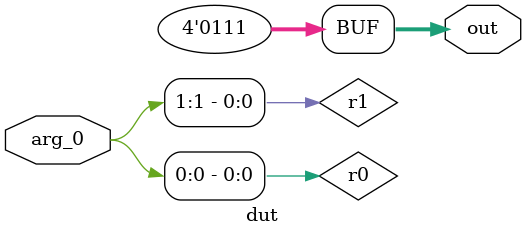
<source format=v>
    module testbench();
        reg [1:0] clock_reset;
        wire [3:0] o;
        reg [3:0] rust_out;
        dut t (.arg_0(clock_reset),.out(o));
        initial begin
            #0;
            clock_reset = 2'b10;
            rust_out = 4'b0111;
            #1;
            if (o !== rust_out) begin
                $display("ASSERTION FAILED 0x%0h !== 0x%0h CASE Test 1 at time 0", o, rust_out);
                $finish;
            end
            #49;
            clock_reset = 2'b11;
            rust_out = 4'b0111;
            #1;
            clock_reset = 2'b11;
            rust_out = 4'b0111;
            #1;
            if (o !== rust_out) begin
                $display("ASSERTION FAILED 0x%0h !== 0x%0h CASE Test 3 at time 51", o, rust_out);
                $finish;
            end
            #48;
            clock_reset = 2'b10;
            rust_out = 4'b0111;
            #1;
            if (o !== rust_out) begin
                $display("ASSERTION FAILED 0x%0h !== 0x%0h CASE Test 4 at time 100", o, rust_out);
                $finish;
            end
            #49;
            clock_reset = 2'b11;
            rust_out = 4'b0111;
            #1;
            clock_reset = 2'b11;
            rust_out = 4'b0111;
            #1;
            if (o !== rust_out) begin
                $display("ASSERTION FAILED 0x%0h !== 0x%0h CASE Test 6 at time 151", o, rust_out);
                $finish;
            end
            #48;
            clock_reset = 2'b10;
            rust_out = 4'b0111;
            #1;
            if (o !== rust_out) begin
                $display("ASSERTION FAILED 0x%0h !== 0x%0h CASE Test 7 at time 200", o, rust_out);
                $finish;
            end
            #49;
            clock_reset = 2'b11;
            rust_out = 4'b0111;
            #1;
            clock_reset = 2'b11;
            rust_out = 4'b0111;
            #1;
            if (o !== rust_out) begin
                $display("ASSERTION FAILED 0x%0h !== 0x%0h CASE Test 9 at time 251", o, rust_out);
                $finish;
            end
            #48;
            clock_reset = 2'b10;
            rust_out = 4'b0111;
            #1;
            if (o !== rust_out) begin
                $display("ASSERTION FAILED 0x%0h !== 0x%0h CASE Test 10 at time 300", o, rust_out);
                $finish;
            end
            #49;
            clock_reset = 2'b11;
            rust_out = 4'b0111;
            #1;
            clock_reset = 2'b01;
            rust_out = 4'b0111;
            #1;
            if (o !== rust_out) begin
                $display("ASSERTION FAILED 0x%0h !== 0x%0h CASE Test 12 at time 351", o, rust_out);
                $finish;
            end
            #48;
            clock_reset = 2'b00;
            rust_out = 4'b0111;
            #1;
            if (o !== rust_out) begin
                $display("ASSERTION FAILED 0x%0h !== 0x%0h CASE Test 13 at time 400", o, rust_out);
                $finish;
            end
            #49;
            clock_reset = 2'b01;
            rust_out = 4'b0111;
            $display("TESTBENCH OK", );
            $finish;
        end
    endmodule
    //
    module dut(input wire [1:0] arg_0, output reg [3:0] out);
        reg [0:0] r0;
        reg [0:0] r1;
        initial begin
            r0 = arg_0[0];
            r1 = arg_0[1];
            // let (a, b, ) = (bits(3), bits(4), );
            //
            // let d = D::dont_care();
            //
            // d.adder = (a, b, );
            //
            // let o = q.adder;
            //
            // (o, d, )
            //
            // let (a, b, ) = i;
            //
            // let sum = a + b;
            //
            // (sum, (), )
            //
            out = { 1'b0, 1'b1, 1'b1, 1'b1 };
        end
    endmodule

</source>
